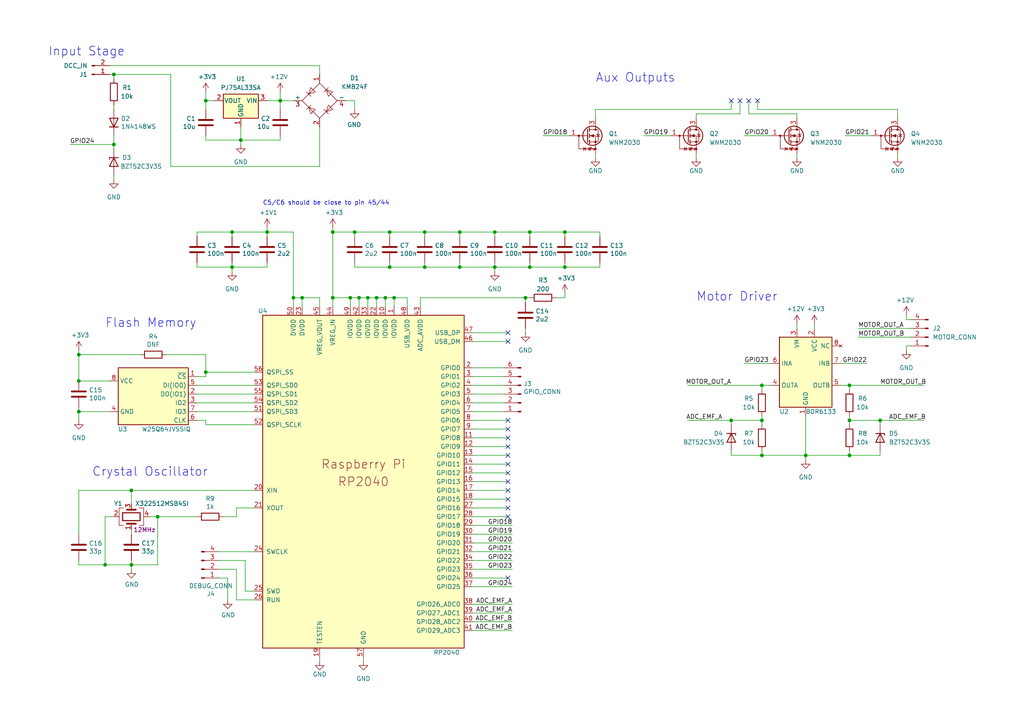
<source format=kicad_sch>
(kicad_sch (version 20211123) (generator eeschema)
  (paper "A4")
  (title_block (title "RP2040-Decoder") (date "2022-01-28") (rev "0.2"))
  (lib_symbols
    (symbol "BZT52C3V3S_1" (pin_numbers hide) (pin_names (offset 1.016) hide)
      (property "Reference" "D" (at 0 2.54 0))
      (property "Value" "BZT52C3V3S_1" (at 0 -2.54 0))
      (symbol "BZT52C3V3S_1_1_1"
        (pin passive line (at -3.81 0 0) (length 2.54) (name "K") (number "1"))
        (pin passive line (at 3.81 0 180) (length 2.54) (name "A") (number "2"))
      )
    )
    (symbol "BZT52C3V3S_2" (pin_numbers hide) (pin_names (offset 1.016) hide)
      (property "Reference" "D" (at 0 2.54 0))
      (property "Value" "BZT52C3V3S_2" (at 0 -2.54 0))
      (symbol "BZT52C3V3S_2_1_1"
        (pin passive line (at -3.81 0 0) (length 2.54) (name "K") (number "1"))
        (pin passive line (at 3.81 0 180) (length 2.54) (name "A") (number "2"))
      )
    )
    (symbol "BZT52C3V3S_3" (pin_numbers hide) (pin_names (offset 1.016) hide)
      (property "Reference" "D" (at 0 2.54 0))
      (property "Value" "BZT52C3V3S_3" (at 0 -2.54 0))
      (symbol "BZT52C3V3S_3_1_1"
        (pin passive line (at -3.81 0 0) (length 2.54) (name "K") (number "1"))
        (pin passive line (at 3.81 0 180) (length 2.54) (name "A") (number "2"))
      )
    )
    (symbol "Connector:Conn_01x02_Male" (pin_names (offset 1.016) hide)
      (property "Reference" "J1" (at -0.7112 2.9972 0))
      (property "Value" "DCC_IN" (at -0.7112 0.6858 0))
      (symbol "Conn_01x02_Male_1_1"
        (pin power_out line (at 5.08 0 180) (length 3.81) (name "Pin_1") (number "1"))
        (pin power_out line (at 5.08 -2.54 180) (length 3.81) (name "Pin_2") (number "2"))
      )
    )
    (symbol "Connector:Conn_01x04_Male" (pin_names (offset 1.016) hide)
      (property "Reference" "J" (at 0 5.08 0))
      (property "Value" "Conn_01x04_Male" (at 0 -7.62 0))
      (symbol "Conn_01x04_Male_1_1"
        (pin passive line (at 5.08 2.54 180) (length 3.81) (name "Pin_1") (number "1"))
        (pin passive line (at 5.08 0 180) (length 3.81) (name "Pin_2") (number "2"))
        (pin passive line (at 5.08 -2.54 180) (length 3.81) (name "Pin_3") (number "3"))
        (pin passive line (at 5.08 -5.08 180) (length 3.81) (name "Pin_4") (number "4"))
      )
    )
    (symbol "Connector:Conn_01x06_Male" (pin_names (offset 1.016) hide)
      (property "Reference" "J" (at 0 7.62 0))
      (property "Value" "Conn_01x06_Male" (at 0 -10.16 0))
      (symbol "Conn_01x06_Male_1_1"
        (pin passive line (at 5.08 5.08 180) (length 3.81) (name "Pin_1") (number "1"))
        (pin passive line (at 5.08 2.54 180) (length 3.81) (name "Pin_2") (number "2"))
        (pin passive line (at 5.08 0 180) (length 3.81) (name "Pin_3") (number "3"))
        (pin passive line (at 5.08 -2.54 180) (length 3.81) (name "Pin_4") (number "4"))
        (pin passive line (at 5.08 -5.08 180) (length 3.81) (name "Pin_5") (number "5"))
        (pin passive line (at 5.08 -7.62 180) (length 3.81) (name "Pin_6") (number "6"))
      )
    )
    (symbol "Device:C" (pin_numbers hide) (pin_names (offset 0.254))
      (property "Reference" "C" (at 0.635 2.54 0))
      (property "Value" "C" (at 0.635 -2.54 0))
      (symbol "C_1_1"
        (pin passive line (at 0 3.81 270) (length 2.794) (name "~") (number "1"))
        (pin passive line (at 0 -3.81 90) (length 2.794) (name "~") (number "2"))
      )
    )
    (symbol "Device:R" (pin_numbers hide) (pin_names (offset 0))
      (property "Reference" "R" (at 2.032 0 90))
      (property "Value" "R" (at 0 0 90))
      (symbol "R_1_1"
        (pin passive line (at 0 3.81 270) (length 1.27) (name "~") (number "1"))
        (pin passive line (at 0 -3.81 90) (length 1.27) (name "~") (number "2"))
      )
    )
    (symbol "Diode:1N4148WS" (pin_numbers hide) (pin_names (offset 1.016) hide)
      (property "Reference" "D" (at 0 2.54 0))
      (property "Value" "1N4148WS" (at 0 -2.54 0))
      (symbol "1N4148WS_1_1"
        (pin passive line (at -3.81 0 0) (length 2.54) (name "K") (number "1"))
        (pin passive line (at 3.81 0 180) (length 2.54) (name "A") (number "2"))
      )
    )
    (symbol "RP2040-Decoder_Additional_Symbols:BDR6133"
      (property "Reference" "U" (at 6.35 11.43 0))
      (property "Value" "BDR6133" (at -10.16 11.43 0))
      (symbol "BDR6133_1_1"
        (pin power_in line (at 0 -12.7 90) (length 2.54) (name "GND") (number "1"))
        (pin power_in line (at 2.54 12.7 270) (length 2.54) (name "VCC") (number "2"))
        (pin power_in line (at -2.54 12.7 270) (length 2.54) (name "VM") (number "3"))
        (pin output line (at -10.16 -3.81 0) (length 2.54) (name "OUTA") (number "4"))
        (pin output line (at 10.16 -3.81 180) (length 2.54) (name "OUTB") (number "5"))
        (pin input line (at -10.16 2.54 0) (length 2.54) (name "INA") (number "6"))
        (pin input line (at 10.16 2.54 180) (length 2.54) (name "INB") (number "7"))
        (pin no_connect line (at 10.16 7.62 180) (length 2.54) (name "NC") (number "8"))
        (pin passive line (at 0 -12.7 90) (length 2.54) hide (name "GND") (number "9"))
      )
    )
    (symbol "RP2040-Decoder_Additional_Symbols:KMB24F" (pin_names (offset 0))
      (property "Reference" "D" (at 2.54 6.985 0))
      (property "Value" "KMB24F" (at 2.54 5.08 0))
      (symbol "KMB24F_1_1"
        (pin power_in line (at 0 -7.62 90) (length 2.54) (name "~") (number "1"))
        (pin power_in line (at 0 7.62 270) (length 2.54) (name "~") (number "2"))
        (pin power_out line (at 7.62 0 180) (length 2.54) (name "+") (number "3"))
        (pin power_out line (at -7.62 0 0) (length 2.54) (name "-") (number "4"))
      )
    )
    (symbol "RP2040-Decoder_Additional_Symbols:PJ75AL33SA" (pin_names (offset 0.254))
      (property "Reference" "U" (at -3.81 3.175 0))
      (property "Value" "PJ75AL33SA" (at 0 3.175 0))
      (symbol "PJ75AL33SA_1_1"
        (pin power_in line (at 0 -7.62 90) (length 2.54) (name "GND") (number "1"))
        (pin power_out line (at 7.62 0 180) (length 2.54) (name "VOUT") (number "2"))
        (pin power_in line (at -7.62 0 0) (length 2.54) (name "VIN") (number "3"))
      )
    )
    (symbol "RP2040-Decoder_Additional_Symbols:RP2040" (pin_names (offset 1.016))
      (property "Reference" "U" (at -29.21 49.53 0))
      (property "Value" "RP2040" (at 24.13 -49.53 0))
      (symbol "RP2040_0_0"
        (text "Raspberry Pi" (at 0 5.08 0) (effects (font (size 2.54 2.54))))
        (text "RP2040" (at 0 0 0) (effects (font (size 2.54 2.54))))
      )
      (symbol "RP2040_1_1"
        (pin power_in line (at 8.89 50.8 270) (length 2.54) (name "IOVDD") (number "1"))
        (pin power_in line (at 6.35 50.8 270) (length 2.54) (name "IOVDD") (number "10"))
        (pin bidirectional line (at 31.75 12.7 180) (length 2.54) (name "GPIO8") (number "11"))
        (pin bidirectional line (at 31.75 10.16 180) (length 2.54) (name "GPIO9") (number "12"))
        (pin bidirectional line (at 31.75 7.62 180) (length 2.54) (name "GPIO10") (number "13"))
        (pin bidirectional line (at 31.75 5.08 180) (length 2.54) (name "GPIO11") (number "14"))
        (pin bidirectional line (at 31.75 2.54 180) (length 2.54) (name "GPIO12") (number "15"))
        (pin bidirectional line (at 31.75 0 180) (length 2.54) (name "GPIO13") (number "16"))
        (pin bidirectional line (at 31.75 -2.54 180) (length 2.54) (name "GPIO14") (number "17"))
        (pin bidirectional line (at 31.75 -5.08 180) (length 2.54) (name "GPIO15") (number "18"))
        (pin passive line (at -12.7 -50.8 90) (length 2.54) (name "TESTEN") (number "19"))
        (pin bidirectional line (at 31.75 33.02 180) (length 2.54) (name "GPIO0") (number "2"))
        (pin input line (at -31.75 -2.54 0) (length 2.54) (name "XIN") (number "20"))
        (pin passive line (at -31.75 -7.62 0) (length 2.54) (name "XOUT") (number "21"))
        (pin power_in line (at 3.81 50.8 270) (length 2.54) (name "IOVDD") (number "22"))
        (pin power_in line (at -17.78 50.8 270) (length 2.54) (name "DVDD") (number "23"))
        (pin output line (at -31.75 -20.32 0) (length 2.54) (name "SWCLK") (number "24"))
        (pin bidirectional line (at -31.75 -31.75 0) (length 2.54) (name "SWD") (number "25"))
        (pin input line (at -31.75 -34.29 0) (length 2.54) (name "RUN") (number "26"))
        (pin bidirectional line (at 31.75 -7.62 180) (length 2.54) (name "GPIO16") (number "27"))
        (pin bidirectional line (at 31.75 -10.16 180) (length 2.54) (name "GPIO17") (number "28"))
        (pin bidirectional line (at 31.75 -12.7 180) (length 2.54) (name "GPIO18") (number "29"))
        (pin bidirectional line (at 31.75 30.48 180) (length 2.54) (name "GPIO1") (number "3"))
        (pin bidirectional line (at 31.75 -15.24 180) (length 2.54) (name "GPIO19") (number "30"))
        (pin bidirectional line (at 31.75 -17.78 180) (length 2.54) (name "GPIO20") (number "31"))
        (pin bidirectional line (at 31.75 -20.32 180) (length 2.54) (name "GPIO21") (number "32"))
        (pin power_in line (at 1.27 50.8 270) (length 2.54) (name "IOVDD") (number "33"))
        (pin bidirectional line (at 31.75 -22.86 180) (length 2.54) (name "GPIO22") (number "34"))
        (pin bidirectional line (at 31.75 -25.4 180) (length 2.54) (name "GPIO23") (number "35"))
        (pin bidirectional line (at 31.75 -27.94 180) (length 2.54) (name "GPIO24") (number "36"))
        (pin bidirectional line (at 31.75 -30.48 180) (length 2.54) (name "GPIO25") (number "37"))
        (pin bidirectional line (at 31.75 -35.56 180) (length 2.54) (name "GPIO26_ADC0") (number "38"))
        (pin bidirectional line (at 31.75 -38.1 180) (length 2.54) (name "GPIO27_ADC1") (number "39"))
        (pin bidirectional line (at 31.75 27.94 180) (length 2.54) (name "GPIO2") (number "4"))
        (pin bidirectional line (at 31.75 -40.64 180) (length 2.54) (name "GPIO28_ADC2") (number "40"))
        (pin bidirectional line (at 31.75 -43.18 180) (length 2.54) (name "GPIO29_ADC3") (number "41"))
        (pin power_in line (at -1.27 50.8 270) (length 2.54) (name "IOVDD") (number "42"))
        (pin power_in line (at 16.51 50.8 270) (length 2.54) (name "ADC_AVDD") (number "43"))
        (pin power_in line (at -8.89 50.8 270) (length 2.54) (name "VREG_IN") (number "44"))
        (pin power_out line (at -12.7 50.8 270) (length 2.54) (name "VREG_VOUT") (number "45"))
        (pin bidirectional line (at 31.75 40.64 180) (length 2.54) (name "USB_DM") (number "46"))
        (pin bidirectional line (at 31.75 43.18 180) (length 2.54) (name "USB_DP") (number "47"))
        (pin power_in line (at 12.7 50.8 270) (length 2.54) (name "USB_VDD") (number "48"))
        (pin power_in line (at -3.81 50.8 270) (length 2.54) (name "IOVDD") (number "49"))
        (pin bidirectional line (at 31.75 25.4 180) (length 2.54) (name "GPIO3") (number "5"))
        (pin power_in line (at -20.32 50.8 270) (length 2.54) (name "DVDD") (number "50"))
        (pin bidirectional line (at -31.75 20.32 0) (length 2.54) (name "QSPI_SD3") (number "51"))
        (pin output line (at -31.75 16.51 0) (length 2.54) (name "QSPI_SCLK") (number "52"))
        (pin bidirectional line (at -31.75 27.94 0) (length 2.54) (name "QSPI_SD0") (number "53"))
        (pin bidirectional line (at -31.75 22.86 0) (length 2.54) (name "QSPI_SD2") (number "54"))
        (pin bidirectional line (at -31.75 25.4 0) (length 2.54) (name "QSPI_SD1") (number "55"))
        (pin bidirectional line (at -31.75 31.75 0) (length 2.54) (name "QSPI_SS") (number "56"))
        (pin power_in line (at 0 -50.8 90) (length 2.54) (name "GND") (number "57"))
        (pin bidirectional line (at 31.75 22.86 180) (length 2.54) (name "GPIO4") (number "6"))
        (pin bidirectional line (at 31.75 20.32 180) (length 2.54) (name "GPIO5") (number "7"))
        (pin bidirectional line (at 31.75 17.78 180) (length 2.54) (name "GPIO6") (number "8"))
        (pin bidirectional line (at 31.75 15.24 180) (length 2.54) (name "GPIO7") (number "9"))
      )
    )
    (symbol "RP2040-Decoder_Additional_Symbols:W25Q64JVSSIQ"
      (property "Reference" "U" (at -8.89 -10.16 0))
      (property "Value" "W25Q64JVSSIQ" (at 3.81 -10.16 0))
      (symbol "W25Q64JVSSIQ_1_1"
        (pin input line (at 12.7 5.08 180) (length 2.54) (name "~{CS}") (number "1"))
        (pin bidirectional line (at 12.7 0 180) (length 2.54) (name "DO(IO1)") (number "2"))
        (pin bidirectional line (at 12.7 -2.54 180) (length 2.54) (name "IO2") (number "3"))
        (pin power_in line (at -12.7 -5.08 0) (length 2.54) (name "GND") (number "4"))
        (pin bidirectional line (at 12.7 2.54 180) (length 2.54) (name "DI(IO0)") (number "5"))
        (pin input line (at 12.7 -7.62 180) (length 2.54) (name "CLK") (number "6"))
        (pin bidirectional line (at 12.7 -5.08 180) (length 2.54) (name "IO3") (number "7"))
        (pin power_in line (at -12.7 3.81 0) (length 2.54) (name "VCC") (number "8"))
      )
    )
    (symbol "RP2040-Decoder_Additional_Symbols:WNM2030" (pin_names (offset 0) hide)
      (property "Reference" "Q" (at 5.08 1.905 0))
      (property "Value" "WNM2030" (at 5.08 0 0))
      (symbol "WNM2030_1_1"
        (pin input line (at -5.08 0 0) (length 2.54) (name "G") (number "1"))
        (pin passive line (at 2.54 -5.08 90) (length 2.54) (name "S") (number "2"))
        (pin passive line (at 2.54 5.08 270) (length 2.54) (name "D") (number "3"))
      )
    )
    (symbol "R_1" (pin_numbers hide) (pin_names (offset 0))
      (property "Reference" "R3" (at 0 5.08 90))
      (property "Value" "200" (at 0 2.54 90))
      (symbol "R_1_1_1"
        (pin passive line (at 0 3.81 270) (length 1.27) (name "~") (number "1"))
        (pin power_out line (at 0 -3.81 90) (length 1.27) (name "~") (number "2"))
      )
    )
    (symbol "WNM2030_1" (pin_names (offset 0) hide)
      (property "Reference" "Q" (at 5.08 1.905 0))
      (property "Value" "WNM2030_1" (at 5.08 0 0))
      (symbol "WNM2030_1_1_1"
        (pin input line (at -5.08 0 0) (length 2.54) (name "G") (number "1"))
        (pin passive line (at 2.54 -5.08 90) (length 2.54) (name "S") (number "2"))
        (pin passive line (at 2.54 5.08 270) (length 2.54) (name "D") (number "3"))
      )
    )
    (symbol "WNM2030_2" (pin_names (offset 0) hide)
      (property "Reference" "Q" (at 5.08 1.905 0))
      (property "Value" "WNM2030_2" (at 5.08 0 0))
      (symbol "WNM2030_2_1_1"
        (pin input line (at -5.08 0 0) (length 2.54) (name "G") (number "1"))
        (pin passive line (at 2.54 -5.08 90) (length 2.54) (name "S") (number "2"))
        (pin passive line (at 2.54 5.08 270) (length 2.54) (name "D") (number "3"))
      )
    )
    (symbol "WNM2030_3" (pin_names (offset 0) hide)
      (property "Reference" "Q" (at 5.08 1.905 0))
      (property "Value" "WNM2030_3" (at 5.08 0 0))
      (symbol "WNM2030_3_1_1"
        (pin input line (at -5.08 0 0) (length 2.54) (name "G") (number "1"))
        (pin passive line (at 2.54 -5.08 90) (length 2.54) (name "S") (number "2"))
        (pin passive line (at 2.54 5.08 270) (length 2.54) (name "D") (number "3"))
      )
    )
    (symbol "X322512MSB4SI_1" (pin_names (offset 1.016) hide)
      (property "Reference" "Y" (at 3.175 5.08 0))
      (property "Value" "X322512MSB4SI_1" (at 3.175 3.175 0))
      (property "Frequency" "12MHz" (at 6.35 -2.54 0))
      (symbol "X322512MSB4SI_1_1_1"
        (pin passive line (at -3.81 0 0) (length 1.27) (name "1") (number "1"))
        (pin passive line (at 0 5.08 270) (length 1.27) (name "2") (number "2"))
        (pin passive line (at 3.81 0 180) (length 1.27) (name "3") (number "3"))
        (pin passive line (at 0 -5.08 90) (length 1.27) (name "4") (number "4"))
      )
    )
    (symbol "power:+12V" (power) (pin_names (offset 0))
      (property "Value" "+12V" (at 0 3.556 0))
      (symbol "+12V_1_1"
        (pin power_in line (at 0 0 90) (length 0) hide (name "+12V") (number "1"))
      )
    )
    (symbol "power:+1V1" (power) (pin_names (offset 0))
      (property "Value" "+1V1" (at 0 3.556 0))
      (symbol "+1V1_1_1"
        (pin power_in line (at 0 0 90) (length 0) hide (name "+1V1") (number "1"))
      )
    )
    (symbol "power:+3V3" (power) (pin_names (offset 0))
      (property "Value" "+3V3" (at 0 3.556 0))
      (symbol "+3V3_1_1"
        (pin power_in line (at 0 0 90) (length 0) hide (name "+3V3") (number "1"))
      )
    )
    (symbol "power:GND" (power) (pin_names (offset 0))
      (property "Value" "GND" (at 0 -3.81 0))
      (symbol "GND_1_1"
        (pin power_in line (at 0 0 270) (length 0) hide (name "GND") (number "1"))
      )
    )
  )
  (junction (at 153.67 77.47))
  (junction (at 163.83 67.31))
  (junction (at 114.3 86.36))
  (junction (at 33.02 41.91))
  (junction (at 113.03 77.47))
  (junction (at 152.4 86.36))
  (junction (at 45.72 149.86))
  (junction (at 33.02 21.59))
  (junction (at 153.67 67.31))
  (junction (at 133.35 67.31))
  (junction (at 212.09 121.92))
  (junction (at 102.87 67.31))
  (junction (at 123.19 67.31))
  (junction (at 233.68 132.08))
  (junction (at 143.51 77.47))
  (junction (at 38.1 142.24))
  (junction (at 67.31 77.47))
  (junction (at 111.76 86.36))
  (junction (at 85.09 86.36))
  (junction (at 67.31 67.31))
  (junction (at 104.14 86.36))
  (junction (at 59.69 29.21))
  (junction (at 22.86 119.38))
  (junction (at 69.85 40.64))
  (junction (at 87.63 86.36))
  (junction (at 96.52 67.31))
  (junction (at 246.38 111.76))
  (junction (at 109.22 86.36))
  (junction (at 38.1 163.83))
  (junction (at 143.51 67.31))
  (junction (at 220.98 132.08))
  (junction (at 96.52 86.36))
  (junction (at 77.47 67.31))
  (junction (at 163.83 77.47))
  (junction (at 22.86 102.87))
  (junction (at 246.38 121.92))
  (junction (at 30.48 163.83))
  (junction (at 133.35 77.47))
  (junction (at 123.19 77.47))
  (junction (at 101.6 86.36))
  (junction (at 246.38 132.08))
  (junction (at 22.86 110.49))
  (junction (at 106.68 86.36))
  (junction (at 113.03 67.31))
  (junction (at 220.98 121.92))
  (junction (at 59.69 107.95))
  (junction (at 255.27 121.92))
  (junction (at 220.98 111.76))
  (junction (at 81.28 29.21))
  (no_connect (at 147.32 99.06))
  (no_connect (at 147.32 127))
  (no_connect (at 147.32 121.92))
  (no_connect (at 147.32 124.46))
  (no_connect (at 147.32 147.32))
  (no_connect (at 147.32 142.24))
  (no_connect (at 147.32 144.78))
  (no_connect (at 147.32 96.52))
  (no_connect (at 147.32 149.86))
  (no_connect (at 147.32 167.64))
  (no_connect (at 214.63 29.21))
  (no_connect (at 217.17 29.21))
  (no_connect (at 219.71 29.21))
  (no_connect (at 212.09 29.21))
  (no_connect (at 147.32 129.54))
  (no_connect (at 147.32 134.62))
  (no_connect (at 147.32 132.08))
  (no_connect (at 147.32 137.16))
  (no_connect (at 147.32 139.7))
  (wire (pts (xy 212.09 123.19) (xy 212.09 121.92)))
  (wire (pts (xy 246.38 113.03) (xy 246.38 111.76)))
  (wire (pts (xy 152.4 86.36) (xy 153.67 86.36)))
  (wire (pts (xy 59.69 107.95) (xy 73.66 107.95)))
  (wire (pts (xy 137.16 127) (xy 147.32 127)))
  (wire (pts (xy 212.09 121.92) (xy 220.98 121.92)))
  (wire (pts (xy 233.68 132.08) (xy 220.98 132.08)))
  (wire (pts (xy 121.92 86.36) (xy 152.4 86.36)))
  (wire (pts (xy 246.38 121.92) (xy 255.27 121.92)))
  (wire (pts (xy 260.35 44.45) (xy 260.35 45.72)))
  (wire (pts (xy 137.16 177.8) (xy 148.59 177.8)))
  (wire (pts (xy 137.16 180.34) (xy 148.59 180.34)))
  (wire (pts (xy 137.16 124.46) (xy 147.32 124.46)))
  (wire (pts (xy 92.71 190.5) (xy 92.71 191.77)))
  (wire (pts (xy 246.38 132.08) (xy 255.27 132.08)))
  (wire (pts (xy 49.53 48.26) (xy 92.71 48.26)))
  (wire (pts (xy 157.48 39.37) (xy 165.1 39.37)))
  (wire (pts (xy 102.87 68.58) (xy 102.87 67.31)))
  (wire (pts (xy 163.83 67.31) (xy 163.83 68.58)))
  (wire (pts (xy 143.51 78.74) (xy 143.51 77.47)))
  (wire (pts (xy 137.16 182.88) (xy 148.59 182.88)))
  (wire (pts (xy 22.86 142.24) (xy 38.1 142.24)))
  (wire (pts (xy 215.9 39.37) (xy 223.52 39.37)))
  (wire (pts (xy 45.72 163.83) (xy 45.72 149.86)))
  (wire (pts (xy 199.39 121.92) (xy 212.09 121.92)))
  (wire (pts (xy 101.6 86.36) (xy 104.14 86.36)))
  (wire (pts (xy 67.31 67.31) (xy 77.47 67.31)))
  (wire (pts (xy 111.76 86.36) (xy 111.76 88.9)))
  (wire (pts (xy 87.63 86.36) (xy 87.63 88.9)))
  (wire (pts (xy 69.85 40.64) (xy 81.28 40.64)))
  (wire (pts (xy 113.03 67.31) (xy 113.03 68.58)))
  (wire (pts (xy 22.86 162.56) (xy 22.86 163.83)))
  (wire (pts (xy 96.52 86.36) (xy 96.52 88.9)))
  (wire (pts (xy 233.68 132.08) (xy 233.68 133.35)))
  (wire (pts (xy 68.58 173.99) (xy 73.66 173.99)))
  (wire (pts (xy 30.48 163.83) (xy 30.48 149.86)))
  (wire (pts (xy 143.51 67.31) (xy 143.51 68.58)))
  (wire (pts (xy 137.16 142.24) (xy 147.32 142.24)))
  (wire (pts (xy 67.31 77.47) (xy 67.31 76.2)))
  (wire (pts (xy 102.87 31.75) (xy 102.87 29.21)))
  (wire (pts (xy 153.67 67.31) (xy 163.83 67.31)))
  (wire (pts (xy 67.31 67.31) (xy 67.31 68.58)))
  (wire (pts (xy 57.15 77.47) (xy 67.31 77.47)))
  (wire (pts (xy 33.02 21.59) (xy 33.02 22.86)))
  (wire (pts (xy 172.72 44.45) (xy 172.72 45.72)))
  (wire (pts (xy 163.83 86.36) (xy 163.83 85.09)))
  (wire (pts (xy 77.47 77.47) (xy 67.31 77.47)))
  (wire (pts (xy 153.67 77.47) (xy 163.83 77.47)))
  (wire (pts (xy 262.89 100.33) (xy 262.89 101.6)))
  (wire (pts (xy 231.14 33.02) (xy 231.14 34.29)))
  (wire (pts (xy 77.47 67.31) (xy 77.47 68.58)))
  (wire (pts (xy 92.71 86.36) (xy 87.63 86.36)))
  (wire (pts (xy 137.16 96.52) (xy 147.32 96.52)))
  (wire (pts (xy 96.52 67.31) (xy 96.52 86.36)))
  (wire (pts (xy 114.3 86.36) (xy 114.3 88.9)))
  (wire (pts (xy 220.98 111.76) (xy 223.52 111.76)))
  (wire (pts (xy 113.03 76.2) (xy 113.03 77.47)))
  (wire (pts (xy 215.9 105.41) (xy 223.52 105.41)))
  (wire (pts (xy 105.41 190.5) (xy 105.41 191.77)))
  (wire (pts (xy 137.16 109.22) (xy 146.05 109.22)))
  (wire (pts (xy 57.15 68.58) (xy 57.15 67.31)))
  (wire (pts (xy 243.84 105.41) (xy 251.46 105.41)))
  (wire (pts (xy 30.48 149.86) (xy 33.02 149.86)))
  (wire (pts (xy 137.16 119.38) (xy 146.05 119.38)))
  (wire (pts (xy 137.16 111.76) (xy 146.05 111.76)))
  (wire (pts (xy 163.83 67.31) (xy 173.99 67.31)))
  (wire (pts (xy 133.35 77.47) (xy 123.19 77.47)))
  (wire (pts (xy 214.63 29.21) (xy 214.63 33.02)))
  (wire (pts (xy 137.16 167.64) (xy 147.32 167.64)))
  (wire (pts (xy 38.1 162.56) (xy 38.1 163.83)))
  (wire (pts (xy 33.02 43.18) (xy 33.02 41.91)))
  (wire (pts (xy 81.28 29.21) (xy 77.47 29.21)))
  (wire (pts (xy 220.98 130.81) (xy 220.98 132.08)))
  (wire (pts (xy 152.4 95.25) (xy 152.4 96.52)))
  (wire (pts (xy 109.22 86.36) (xy 109.22 88.9)))
  (wire (pts (xy 137.16 132.08) (xy 147.32 132.08)))
  (wire (pts (xy 123.19 67.31) (xy 123.19 68.58)))
  (wire (pts (xy 66.04 167.64) (xy 66.04 173.99)))
  (wire (pts (xy 22.86 163.83) (xy 30.48 163.83)))
  (wire (pts (xy 201.93 33.02) (xy 214.63 33.02)))
  (wire (pts (xy 68.58 149.86) (xy 64.77 149.86)))
  (wire (pts (xy 220.98 121.92) (xy 220.98 120.65)))
  (wire (pts (xy 57.15 116.84) (xy 73.66 116.84)))
  (wire (pts (xy 137.16 175.26) (xy 148.59 175.26)))
  (wire (pts (xy 143.51 77.47) (xy 133.35 77.47)))
  (wire (pts (xy 85.09 29.21) (xy 81.28 29.21)))
  (wire (pts (xy 57.15 121.92) (xy 59.69 121.92)))
  (wire (pts (xy 31.75 110.49) (xy 22.86 110.49)))
  (wire (pts (xy 121.92 88.9) (xy 121.92 86.36)))
  (wire (pts (xy 81.28 29.21) (xy 81.28 26.67)))
  (wire (pts (xy 264.16 100.33) (xy 262.89 100.33)))
  (wire (pts (xy 137.16 165.1) (xy 148.59 165.1)))
  (wire (pts (xy 31.75 21.59) (xy 33.02 21.59)))
  (wire (pts (xy 104.14 86.36) (xy 104.14 88.9)))
  (wire (pts (xy 38.1 142.24) (xy 73.66 142.24)))
  (wire (pts (xy 69.85 40.64) (xy 59.69 40.64)))
  (wire (pts (xy 102.87 67.31) (xy 113.03 67.31)))
  (wire (pts (xy 143.51 77.47) (xy 153.67 77.47)))
  (wire (pts (xy 173.99 77.47) (xy 163.83 77.47)))
  (wire (pts (xy 59.69 39.37) (xy 59.69 40.64)))
  (wire (pts (xy 212.09 31.75) (xy 172.72 31.75)))
  (wire (pts (xy 186.69 39.37) (xy 194.31 39.37)))
  (wire (pts (xy 246.38 111.76) (xy 267.97 111.76)))
  (wire (pts (xy 22.86 121.92) (xy 22.86 119.38)))
  (wire (pts (xy 59.69 102.87) (xy 59.69 107.95)))
  (wire (pts (xy 220.98 123.19) (xy 220.98 121.92)))
  (wire (pts (xy 59.69 109.22) (xy 59.69 107.95)))
  (wire (pts (xy 113.03 77.47) (xy 123.19 77.47)))
  (wire (pts (xy 246.38 121.92) (xy 246.38 120.65)))
  (wire (pts (xy 63.5 162.56) (xy 71.12 162.56)))
  (wire (pts (xy 201.93 44.45) (xy 201.93 45.72)))
  (wire (pts (xy 262.89 91.44) (xy 262.89 92.71)))
  (wire (pts (xy 106.68 86.36) (xy 109.22 86.36)))
  (wire (pts (xy 102.87 77.47) (xy 102.87 76.2)))
  (wire (pts (xy 106.68 86.36) (xy 106.68 88.9)))
  (wire (pts (xy 118.11 86.36) (xy 118.11 88.9)))
  (wire (pts (xy 22.86 119.38) (xy 22.86 118.11)))
  (wire (pts (xy 123.19 67.31) (xy 133.35 67.31)))
  (wire (pts (xy 137.16 116.84) (xy 146.05 116.84)))
  (wire (pts (xy 33.02 21.59) (xy 49.53 21.59)))
  (wire (pts (xy 22.86 102.87) (xy 40.64 102.87)))
  (wire (pts (xy 137.16 162.56) (xy 148.59 162.56)))
  (wire (pts (xy 137.16 144.78) (xy 147.32 144.78)))
  (wire (pts (xy 57.15 114.3) (xy 73.66 114.3)))
  (wire (pts (xy 30.48 163.83) (xy 38.1 163.83)))
  (wire (pts (xy 173.99 67.31) (xy 173.99 68.58)))
  (wire (pts (xy 123.19 76.2) (xy 123.19 77.47)))
  (wire (pts (xy 87.63 86.36) (xy 85.09 86.36)))
  (wire (pts (xy 146.05 106.68) (xy 137.16 106.68)))
  (wire (pts (xy 69.85 40.64) (xy 69.85 41.91)))
  (wire (pts (xy 255.27 123.19) (xy 255.27 121.92)))
  (wire (pts (xy 92.71 19.05) (xy 31.75 19.05)))
  (wire (pts (xy 236.22 93.98) (xy 236.22 95.25)))
  (wire (pts (xy 199.39 111.76) (xy 220.98 111.76)))
  (wire (pts (xy 38.1 163.83) (xy 38.1 165.1)))
  (wire (pts (xy 246.38 121.92) (xy 246.38 123.19)))
  (wire (pts (xy 73.66 171.45) (xy 71.12 171.45)))
  (wire (pts (xy 57.15 76.2) (xy 57.15 77.47)))
  (wire (pts (xy 212.09 29.21) (xy 212.09 31.75)))
  (wire (pts (xy 246.38 111.76) (xy 243.84 111.76)))
  (wire (pts (xy 260.35 31.75) (xy 260.35 34.29)))
  (wire (pts (xy 111.76 86.36) (xy 114.3 86.36)))
  (wire (pts (xy 57.15 111.76) (xy 73.66 111.76)))
  (wire (pts (xy 133.35 67.31) (xy 133.35 68.58)))
  (wire (pts (xy 92.71 36.83) (xy 92.71 48.26)))
  (wire (pts (xy 45.72 149.86) (xy 57.15 149.86)))
  (wire (pts (xy 248.92 97.79) (xy 264.16 97.79)))
  (wire (pts (xy 33.02 31.75) (xy 33.02 30.48)))
  (wire (pts (xy 172.72 31.75) (xy 172.72 34.29)))
  (wire (pts (xy 92.71 86.36) (xy 92.71 88.9)))
  (wire (pts (xy 22.86 142.24) (xy 22.86 154.94)))
  (wire (pts (xy 262.89 92.71) (xy 264.16 92.71)))
  (wire (pts (xy 255.27 121.92) (xy 267.97 121.92)))
  (wire (pts (xy 173.99 76.2) (xy 173.99 77.47)))
  (wire (pts (xy 77.47 67.31) (xy 77.47 66.04)))
  (wire (pts (xy 102.87 77.47) (xy 113.03 77.47)))
  (wire (pts (xy 57.15 67.31) (xy 67.31 67.31)))
  (wire (pts (xy 133.35 67.31) (xy 143.51 67.31)))
  (wire (pts (xy 137.16 149.86) (xy 147.32 149.86)))
  (wire (pts (xy 137.16 154.94) (xy 148.59 154.94)))
  (wire (pts (xy 245.11 39.37) (xy 252.73 39.37)))
  (wire (pts (xy 212.09 130.81) (xy 212.09 132.08)))
  (wire (pts (xy 137.16 137.16) (xy 147.32 137.16)))
  (wire (pts (xy 137.16 160.02) (xy 148.59 160.02)))
  (wire (pts (xy 68.58 147.32) (xy 68.58 149.86)))
  (wire (pts (xy 219.71 31.75) (xy 260.35 31.75)))
  (wire (pts (xy 201.93 34.29) (xy 201.93 33.02)))
  (wire (pts (xy 219.71 29.21) (xy 219.71 31.75)))
  (wire (pts (xy 231.14 44.45) (xy 231.14 45.72)))
  (wire (pts (xy 255.27 132.08) (xy 255.27 130.81)))
  (wire (pts (xy 100.33 29.21) (xy 102.87 29.21)))
  (wire (pts (xy 109.22 86.36) (xy 111.76 86.36)))
  (wire (pts (xy 77.47 67.31) (xy 85.09 67.31)))
  (wire (pts (xy 57.15 109.22) (xy 59.69 109.22)))
  (wire (pts (xy 59.69 29.21) (xy 59.69 31.75)))
  (wire (pts (xy 153.67 77.47) (xy 153.67 76.2)))
  (wire (pts (xy 20.32 41.91) (xy 33.02 41.91)))
  (wire (pts (xy 67.31 78.74) (xy 67.31 77.47)))
  (wire (pts (xy 137.16 99.06) (xy 147.32 99.06)))
  (wire (pts (xy 59.69 123.19) (xy 73.66 123.19)))
  (wire (pts (xy 33.02 52.07) (xy 33.02 50.8)))
  (wire (pts (xy 77.47 76.2) (xy 77.47 77.47)))
  (wire (pts (xy 38.1 146.05) (xy 38.1 142.24)))
  (wire (pts (xy 45.72 149.86) (xy 43.18 149.86)))
  (wire (pts (xy 217.17 33.02) (xy 231.14 33.02)))
  (wire (pts (xy 57.15 119.38) (xy 73.66 119.38)))
  (wire (pts (xy 161.29 86.36) (xy 163.83 86.36)))
  (wire (pts (xy 137.16 121.92) (xy 147.32 121.92)))
  (wire (pts (xy 217.17 29.21) (xy 217.17 33.02)))
  (wire (pts (xy 81.28 29.21) (xy 81.28 31.75)))
  (wire (pts (xy 220.98 113.03) (xy 220.98 111.76)))
  (wire (pts (xy 68.58 165.1) (xy 68.58 173.99)))
  (wire (pts (xy 231.14 93.98) (xy 231.14 95.25)))
  (wire (pts (xy 248.92 95.25) (xy 264.16 95.25)))
  (wire (pts (xy 59.69 121.92) (xy 59.69 123.19)))
  (wire (pts (xy 104.14 86.36) (xy 106.68 86.36)))
  (wire (pts (xy 68.58 147.32) (xy 73.66 147.32)))
  (wire (pts (xy 137.16 114.3) (xy 146.05 114.3)))
  (wire (pts (xy 133.35 76.2) (xy 133.35 77.47)))
  (wire (pts (xy 102.87 67.31) (xy 96.52 67.31)))
  (wire (pts (xy 22.86 101.6) (xy 22.86 102.87)))
  (wire (pts (xy 59.69 29.21) (xy 59.69 26.67)))
  (wire (pts (xy 114.3 86.36) (xy 118.11 86.36)))
  (wire (pts (xy 101.6 86.36) (xy 96.52 86.36)))
  (wire (pts (xy 85.09 86.36) (xy 85.09 88.9)))
  (wire (pts (xy 92.71 21.59) (xy 92.71 19.05)))
  (wire (pts (xy 81.28 39.37) (xy 81.28 40.64)))
  (wire (pts (xy 137.16 147.32) (xy 147.32 147.32)))
  (wire (pts (xy 143.51 67.31) (xy 153.67 67.31)))
  (wire (pts (xy 69.85 36.83) (xy 69.85 40.64)))
  (wire (pts (xy 62.23 29.21) (xy 59.69 29.21)))
  (wire (pts (xy 152.4 86.36) (xy 152.4 87.63)))
  (wire (pts (xy 48.26 102.87) (xy 59.69 102.87)))
  (wire (pts (xy 233.68 120.65) (xy 233.68 132.08)))
  (wire (pts (xy 137.16 152.4) (xy 148.59 152.4)))
  (wire (pts (xy 38.1 163.83) (xy 45.72 163.83)))
  (wire (pts (xy 137.16 170.18) (xy 148.59 170.18)))
  (wire (pts (xy 96.52 66.04) (xy 96.52 67.31)))
  (wire (pts (xy 113.03 67.31) (xy 123.19 67.31)))
  (wire (pts (xy 63.5 160.02) (xy 73.66 160.02)))
  (wire (pts (xy 85.09 67.31) (xy 85.09 86.36)))
  (wire (pts (xy 33.02 41.91) (xy 33.02 39.37)))
  (wire (pts (xy 163.83 77.47) (xy 163.83 76.2)))
  (wire (pts (xy 153.67 67.31) (xy 153.67 68.58)))
  (wire (pts (xy 137.16 134.62) (xy 147.32 134.62)))
  (wire (pts (xy 246.38 130.81) (xy 246.38 132.08)))
  (wire (pts (xy 71.12 171.45) (xy 71.12 162.56)))
  (wire (pts (xy 137.16 129.54) (xy 147.32 129.54)))
  (wire (pts (xy 63.5 167.64) (xy 66.04 167.64)))
  (wire (pts (xy 101.6 88.9) (xy 101.6 86.36)))
  (wire (pts (xy 137.16 157.48) (xy 148.59 157.48)))
  (wire (pts (xy 49.53 21.59) (xy 49.53 48.26)))
  (wire (pts (xy 143.51 76.2) (xy 143.51 77.47)))
  (wire (pts (xy 22.86 119.38) (xy 31.75 119.38)))
  (wire (pts (xy 63.5 165.1) (xy 68.58 165.1)))
  (wire (pts (xy 137.16 139.7) (xy 147.32 139.7)))
  (wire (pts (xy 233.68 132.08) (xy 246.38 132.08)))
  (wire (pts (xy 22.86 102.87) (xy 22.86 110.49)))
  (wire (pts (xy 38.1 153.67) (xy 38.1 154.94)))
  (wire (pts (xy 212.09 132.08) (xy 220.98 132.08)))
  (text "Motor Driver" (at 201.93 87.63 0) (effects (font (size 2.54 2.54)) (justify left bottom)))
  (text "Aux Outputs" (at 172.72 24.13 0) (effects (font (size 2.54 2.54)) (justify left bottom)))
  (text "Crystal Oscillator" (at 26.67 138.43 0) (effects (font (size 2.54 2.54)) (justify left bottom)))
  (text "C5/C6 should be close to pin 45/44" (at 76.2 59.69 0) (effects (font (size 1.27 1.27)) (justify left bottom)))
  (text "Flash Memory" (at 30.48 95.25 0) (effects (font (size 2.54 2.54)) (justify left bottom)))
  (text "Input Stage" (at 13.97 16.51 0) (effects (font (size 2.54 2.54)) (justify left bottom)))
  (label "MOTOR_OUT_B" (at 255.27 111.76 0))
  (label "ADC_EMF_A" (at 148.59 175.26 180))
  (label "GPIO18" (at 148.59 152.4 180))
  (label "GPIO24" (at 148.59 170.18 180))
  (label "GPIO24" (at 20.32 41.91 0))
  (label "GPIO21" (at 245.11 39.37 0))
  (label "GPIO21" (at 148.59 160.02 180))
  (label "GPIO22" (at 148.59 162.56 180))
  (label "ADC_EMF_A" (at 209.55 121.92 180))
  (label "GPIO20" (at 148.59 157.48 180))
  (label "GPIO23" (at 215.9 105.41 0))
  (label "GPIO18" (at 157.48 39.37 0))
  (label "GPIO20" (at 215.9 39.37 0))
  (label "MOTOR_OUT_A" (at 248.92 95.25 0))
  (label "GPIO22" (at 251.46 105.41 180))
  (label "GPIO23" (at 148.59 165.1 180))
  (label "GPIO19" (at 148.59 154.94 180))
  (label "MOTOR_OUT_A" (at 212.09 111.76 180))
  (label "ADC_EMF_B" (at 257.81 121.92 0))
  (label "ADC_EMF_A" (at 148.59 177.8 180))
  (label "MOTOR_OUT_B" (at 248.92 97.79 0))
  (label "GPIO19" (at 186.69 39.37 0))
  (label "ADC_EMF_B" (at 148.59 182.88 180))
  (label "ADC_EMF_B" (at 148.59 180.34 180))
  (symbol (lib_id "Device:C") (at 102.87 72.39 0) (unit 1)
    (property "Reference" "C6" (at 105.791 71.2216 0) (effects (justify left)))
    (property "Value" "2u2" (at 105.791 73.533 0) (effects (justify left)))
    (property "Footprint" "Capacitor_SMD:C_0603_1608Metric" (effects hide))
  )
  (symbol (lib_id "Device:C") (at 77.47 72.39 0) (unit 1)
    (property "Reference" "C5" (at 80.391 71.2216 0) (effects (justify left)))
    (property "Value" "2u2" (at 80.391 73.533 0) (effects (justify left)))
    (property "Footprint" "Capacitor_SMD:C_0603_1608Metric" (effects hide))
  )
  (symbol (lib_id "Device:C") (at 113.03 72.39 0) (unit 1)
    (property "Reference" "C7" (at 115.951 71.2216 0) (effects (justify left)))
    (property "Value" "100n" (at 115.951 73.533 0) (effects (justify left)))
    (property "Footprint" "Capacitor_SMD:C_0603_1608Metric" (effects hide))
  )
  (symbol (lib_id "Device:C") (at 123.19 72.39 0) (unit 1)
    (property "Reference" "C8" (at 126.111 71.2216 0) (effects (justify left)))
    (property "Value" "100n" (at 126.111 73.533 0) (effects (justify left)))
    (property "Footprint" "Capacitor_SMD:C_0603_1608Metric" (effects hide))
  )
  (symbol (lib_id "Device:C") (at 133.35 72.39 0) (unit 1)
    (property "Reference" "C9" (at 136.271 71.2216 0) (effects (justify left)))
    (property "Value" "100n" (at 136.271 73.533 0) (effects (justify left)))
    (property "Footprint" "Capacitor_SMD:C_0603_1608Metric" (effects hide))
  )
  (symbol (lib_id "Device:C") (at 143.51 72.39 0) (unit 1)
    (property "Reference" "C10" (at 146.431 71.2216 0) (effects (justify left)))
    (property "Value" "100n" (at 146.431 73.533 0) (effects (justify left)))
    (property "Footprint" "Capacitor_SMD:C_0603_1608Metric" (effects hide))
  )
  (symbol (lib_id "power:+12V") (at 81.28 26.67 0) (mirror y) (unit 1)
    (property "Reference" "#PWR02" (effects hide))
    (property "Value" "+12V" (at 80.899 22.2758 0))
  )
  (symbol (lib_id "power:+1V1") (at 77.47 66.04 0) (unit 1)
    (property "Reference" "#PWR011" (effects hide))
    (property "Value" "+1V1" (at 77.851 61.6458 0))
  )
  (symbol (lib_id "Device:C") (at 67.31 72.39 0) (unit 1)
    (property "Reference" "C4" (at 70.231 71.2216 0) (effects (justify left)))
    (property "Value" "100n" (at 70.231 73.533 0) (effects (justify left)))
    (property "Footprint" "Capacitor_SMD:C_0603_1608Metric" (effects hide))
  )
  (symbol (lib_id "Device:C") (at 57.15 72.39 0) (unit 1)
    (property "Reference" "C3" (at 60.071 71.2216 0) (effects (justify left)))
    (property "Value" "100n" (at 60.071 73.533 0) (effects (justify left)))
    (property "Footprint" "Capacitor_SMD:C_0603_1608Metric" (effects hide))
  )
  (symbol (lib_id "Device:C") (at 153.67 72.39 0) (unit 1)
    (property "Reference" "C11" (at 156.591 71.2216 0) (effects (justify left)))
    (property "Value" "100n" (at 156.591 73.533 0) (effects (justify left)))
    (property "Footprint" "Capacitor_SMD:C_0603_1608Metric" (effects hide))
  )
  (symbol (lib_id "Device:C") (at 163.83 72.39 0) (unit 1)
    (property "Reference" "C12" (at 166.751 71.2216 0) (effects (justify left)))
    (property "Value" "100n" (at 166.751 73.533 0) (effects (justify left)))
    (property "Footprint" "Capacitor_SMD:C_0603_1608Metric" (effects hide))
  )
  (symbol (lib_id "Device:C") (at 173.99 72.39 0) (unit 1)
    (property "Reference" "C13" (at 176.911 71.2216 0) (effects (justify left)))
    (property "Value" "100n" (at 176.911 73.533 0) (effects (justify left)))
    (property "Footprint" "Capacitor_SMD:C_0603_1608Metric" (effects hide))
  )
  (symbol (lib_id "Device:C") (at 152.4 91.44 0) (unit 1)
    (property "Reference" "C14" (at 155.321 90.2716 0) (effects (justify left)))
    (property "Value" "2u2" (at 155.321 92.583 0) (effects (justify left)))
    (property "Footprint" "Capacitor_SMD:C_0603_1608Metric" (effects hide))
  )
  (symbol (lib_id "Device:C") (at 22.86 114.3 0) (unit 1)
    (property "Reference" "C15" (at 25.781 113.1316 0) (effects (justify left)))
    (property "Value" "100n" (at 25.781 115.443 0) (effects (justify left)))
    (property "Footprint" "Capacitor_SMD:C_0603_1608Metric" (effects hide))
  )
  (symbol (lib_id "Device:R") (at 44.45 102.87 270) (unit 1)
    (property "Reference" "R4" (at 44.45 97.6122 90))
    (property "Value" "DNF" (at 44.45 99.9236 90))
    (property "Footprint" "Resistor_SMD:R_0603_1608Metric" (effects hide))
  )
  (symbol (lib_id "Device:C") (at 22.86 158.75 0) (unit 1)
    (property "Reference" "C16" (at 25.781 157.5816 0) (effects (justify left)))
    (property "Value" "33p" (at 25.781 159.893 0) (effects (justify left)))
    (property "Footprint" "Capacitor_SMD:C_0603_1608Metric" (effects hide))
  )
  (symbol (lib_id "Device:C") (at 38.1 158.75 0) (unit 1)
    (property "Reference" "C17" (at 41.021 157.5816 0) (effects (justify left)))
    (property "Value" "33p" (at 41.021 159.893 0) (effects (justify left)))
    (property "Footprint" "Capacitor_SMD:C_0603_1608Metric" (effects hide))
  )
  (symbol (lib_id "power:GND") (at 38.1 165.1 0) (unit 1)
    (property "Reference" "#PWR024" (effects hide))
    (property "Value" "GND" (at 38.227 169.4942 0))
  )
  (symbol (lib_id "Device:R") (at 60.96 149.86 270) (unit 1)
    (property "Reference" "R9" (at 60.96 144.6022 90))
    (property "Value" "1k" (at 60.96 146.9136 90))
    (property "Footprint" "Resistor_SMD:R_0603_1608Metric" (effects hide))
  )
  (symbol (lib_id "Diode:1N4148WS") (at 33.02 35.56 90) (unit 1)
    (property "Reference" "D2" (at 35.052 34.3916 90) (effects (justify right)))
    (property "Value" "1N4148WS" (at 35.052 36.703 90) (effects (justify right)))
    (property "Footprint" "Diode_SMD:D_SOD-323" (effects hide))
    (property "Datasheet" "https://datasheet.lcsc.com/lcsc/2008281134_TWGMC-1N4148WS_C727111.pdf" (effects hide))
  )
  (symbol (lib_id "Connector:Conn_01x02_Male") (at 26.67 21.59 0) (mirror x) (unit 1)
    (property "Reference" "J1" (at 25.4 21.59 0) (effects (justify right)))
    (property "Value" "DCC_IN" (at 25.4 19.05 0) (effects (justify right)))
    (property "Footprint" "Connector_PinHeader_1.00mm:PinHeader_1x02_P1.00mm_Vertical" (effects hide))
  )
  (symbol (lib_id "power:GND") (at 102.87 31.75 0) (mirror y) (unit 1)
    (property "Reference" "#PWR03" (effects hide))
    (property "Value" "GND" (at 102.743 36.1442 0))
  )
  (symbol (lib_id "Device:C") (at 81.28 35.56 0) (mirror y) (unit 1)
    (property "Reference" "C2" (at 78.359 34.3916 0) (effects (justify left)))
    (property "Value" "10u" (at 78.359 36.703 0) (effects (justify left)))
    (property "Footprint" "Capacitor_SMD:C_0603_1608Metric" (effects hide))
  )
  (symbol (lib_id "Device:R") (at 33.02 26.67 180) (unit 1)
    (property "Reference" "R1" (at 36.83 25.4 0))
    (property "Value" "10k" (at 36.83 27.94 0))
    (property "Footprint" "Resistor_SMD:R_0603_1608Metric" (effects hide))
  )
  (symbol (lib_id "Device:C") (at 59.69 35.56 0) (mirror y) (unit 1)
    (property "Reference" "C1" (at 56.769 34.3916 0) (effects (justify left)))
    (property "Value" "10u" (at 56.769 36.703 0) (effects (justify left)))
    (property "Footprint" "Capacitor_SMD:C_0603_1608Metric" (effects hide))
  )
  (symbol (lib_id "power:+3V3") (at 59.69 26.67 0) (mirror y) (unit 1)
    (property "Reference" "#PWR01" (effects hide))
    (property "Value" "+3V3" (at 60.071 22.2758 0))
  )
  (symbol (lib_id "Device:R") (at 246.38 116.84 180) (unit 1)
    (property "Reference" "R6" (at 250.19 115.57 0))
    (property "Value" "10k" (at 250.19 118.11 0))
    (property "Footprint" "Resistor_SMD:R_0603_1608Metric" (effects hide))
  )
  (symbol (lib_id "Device:R") (at 246.38 127 180) (unit 1)
    (property "Reference" "R8" (at 250.19 125.73 0))
    (property "Value" "10k" (at 250.19 128.27 0))
    (property "Footprint" "Resistor_SMD:R_0603_1608Metric" (effects hide))
  )
  (symbol (lib_id "Device:R") (at 220.98 127 180) (unit 1)
    (property "Reference" "R7" (at 217.17 125.73 0))
    (property "Value" "10k" (at 217.17 128.27 0))
    (property "Footprint" "Resistor_SMD:R_0603_1608Metric" (effects hide))
  )
  (symbol (lib_id "Device:R") (at 220.98 116.84 180) (unit 1)
    (property "Reference" "R5" (at 217.17 115.57 0))
    (property "Value" "10k" (at 217.17 118.11 0))
    (property "Footprint" "Resistor_SMD:R_0603_1608Metric" (effects hide))
  )
  (symbol (lib_id "Connector:Conn_01x06_Male") (at 151.13 114.3 180) (unit 1)
    (property "Reference" "J3" (at 151.8412 111.3028 0) (effects (justify right)))
    (property "Value" "GPIO_CONN" (at 151.8412 113.6142 0) (effects (justify right)))
    (property "Footprint" "Connector_PinHeader_1.00mm:PinHeader_1x06_P1.00mm_Vertical" (effects hide))
  )
  (symbol (lib_id "Connector:Conn_01x04_Male") (at 58.42 165.1 0) (mirror x) (unit 1)
    (property "Reference" "J4" (at 61.1632 172.2374 0))
    (property "Value" "DEBUG_CONN" (at 61.1632 169.926 0))
    (property "Footprint" "Connector_PinHeader_1.00mm:PinHeader_1x04_P1.00mm_Vertical" (effects hide))
  )
  (symbol (lib_id "power:GND") (at 66.04 173.99 0) (unit 1)
    (property "Reference" "#PWR025" (effects hide))
    (property "Value" "GND" (at 66.167 178.3842 0))
  )
  (symbol (lib_id "RP2040-Decoder_Additional_Symbols:BDR6133") (at 233.68 107.95 0) (unit 1)
    (property "Reference" "U2" (at 226.06 119.38 0) (effects (justify left)))
    (property "Value" "BDR6133" (at 233.68 119.38 0) (effects (justify left)))
    (property "Footprint" "Package_SO:SOIC-8-1EP_3.9x4.9mm_P1.27mm_EP2.41x3.3mm_ThermalVias" (effects hide))
    (property "Datasheet" "https://datasheet.lcsc.com/lcsc/2101211904_Bardeen-Micro--BDR6133_C2687793.pdf" (effects hide))
  )
  (symbol (lib_id "Connector:Conn_01x04_Male") (at 269.24 97.79 180) (unit 1)
    (property "Reference" "J2" (at 270.51 95.2499 0) (effects (justify right)))
    (property "Value" "MOTOR_CONN" (at 270.51 97.7899 0) (effects (justify right)))
    (property "Footprint" "Connector_PinHeader_1.00mm:PinHeader_1x04_P1.00mm_Vertical" (effects hide))
  )
  (symbol (lib_id "power:GND") (at 262.89 101.6 0) (unit 1)
    (property "Reference" "#PWR021" (effects hide))
    (property "Value" "GND" (at 262.89 106.68 0))
  )
  (symbol (lib_id "RP2040-Decoder_Additional_Symbols:W25Q64JVSSIQ") (at 44.45 114.3 0) (unit 1)
    (property "Reference" "U3" (at 35.56 124.46 0))
    (property "Value" "W25Q64JVSSIQ" (at 48.26 124.46 0))
    (property "Footprint" "Package_SO:SOIC-8_5.23x5.23mm_P1.27mm" (effects hide))
    (property "Datasheet" "https://www.winbond.com/resource-files/w25q64jv%20revj%2003272018%20plus.pdf" (effects hide))
  )
  (symbol (lib_id "power:GND") (at 233.68 133.35 0) (unit 1)
    (property "Reference" "#PWR023" (effects hide))
    (property "Value" "GND" (at 233.68 138.43 0))
  )
  (symbol (lib_name "BZT52C3V3S_2") (lib_id "RP2040-Decoder_Additional_Symbols:BZT52C3V3S") (at 212.09 127 270) (unit 1)
    (property "Reference" "D4" (at 207.01 125.73 90) (effects (justify left)))
    (property "Value" "BZT52C3V3S" (at 198.12 128.27 90) (effects (justify left)))
    (property "Footprint" "Diode_SMD:D_SOD-323" (effects hide))
    (property "Datasheet" "https://datasheet.lcsc.com/lcsc/2109071430_YONGYUTAI-BZT52C3V3S_C2892655.pdf" (effects hide))
  )
  (symbol (lib_name "BZT52C3V3S_3") (lib_id "RP2040-Decoder_Additional_Symbols:BZT52C3V3S") (at 255.27 127 270) (unit 1)
    (property "Reference" "D5" (at 257.81 125.7299 90) (effects (justify left)))
    (property "Value" "BZT52C3V3S" (at 257.81 128.2699 90) (effects (justify left)))
    (property "Footprint" "Diode_SMD:D_SOD-323" (effects hide))
    (property "Datasheet" "https://datasheet.lcsc.com/lcsc/2109071430_YONGYUTAI-BZT52C3V3S_C2892655.pdf" (effects hide))
  )
  (symbol (lib_id "power:GND") (at 33.02 52.07 0) (mirror y) (unit 1)
    (property "Reference" "#PWR09" (effects hide))
    (property "Value" "GND" (at 33.02 57.15 0))
  )
  (symbol (lib_id "power:GND") (at 22.86 121.92 0) (unit 1)
    (property "Reference" "#PWR022" (effects hide))
    (property "Value" "GND" (at 22.86 127 0))
  )
  (symbol (lib_id "power:GND") (at 260.35 45.72 0) (unit 1)
    (property "Reference" "#PWR08" (effects hide))
    (property "Value" "GND" (at 260.35 49.53 0))
  )
  (symbol (lib_id "RP2040-Decoder_Additional_Symbols:RP2040") (at 105.41 139.7 0) (unit 1)
    (property "Reference" "U4" (at 76.2 90.17 0))
    (property "Value" "RP2040" (at 129.54 189.23 0))
    (property "Footprint" "RP2040-Decoder_Additional_Footprints:QFN-56-1EP_7x7mm_P0.4mm_EP3.2x3.2mm" (effects hide))
    (property "Datasheet" "https://datasheets.raspberrypi.com/rp2040/rp2040-datasheet.pdf" (effects hide))
  )
  (symbol (lib_id "power:GND") (at 143.51 78.74 0) (unit 1)
    (property "Reference" "#PWR014" (effects hide))
    (property "Value" "GND" (at 143.51 83.82 0))
  )
  (symbol (lib_id "power:GND") (at 152.4 96.52 0) (unit 1)
    (property "Reference" "#PWR019" (effects hide))
    (property "Value" "GND" (at 152.4 101.6 0))
  )
  (symbol (lib_id "power:GND") (at 201.93 45.72 0) (unit 1)
    (property "Reference" "#PWR06" (effects hide))
    (property "Value" "GND" (at 201.93 49.53 0))
  )
  (symbol (lib_id "power:GND") (at 69.85 41.91 0) (unit 1)
    (property "Reference" "#PWR04" (effects hide))
    (property "Value" "GND" (at 69.85 46.99 0))
  )
  (symbol (lib_id "power:+12V") (at 262.89 91.44 0) (mirror y) (unit 1)
    (property "Reference" "#PWR016" (effects hide))
    (property "Value" "+12V" (at 262.509 87.0458 0))
  )
  (symbol (lib_name "X322512MSB4SI_1") (lib_id "RP2040-Decoder_Additional_Symbols:X322512MSB4SI") (at 38.1 149.86 90) (unit 1)
    (property "Reference" "Y1" (at 34.29 146.05 90))
    (property "Value" "X322512MSB4SI" (at 46.99 146.05 90))
    (property "Footprint" "Crystal:Crystal_SMD_3225-4Pin_3.2x2.5mm" (effects hide))
    (property "Datasheet" "https://datasheet.lcsc.com/lcsc/2103291203_Yangxing-Tech-X322512MSB4SI_C9002.pdf" (effects hide))
    (property "Frequency" "12MHz" (at 41.91 153.67 90))
  )
  (symbol (lib_name "WNM2030_2") (lib_id "RP2040-Decoder_Additional_Symbols:WNM2030") (at 199.39 39.37 0) (unit 1)
    (property "Reference" "Q2" (at 205.74 38.7984 0) (effects (justify left)))
    (property "Value" "WNM2030" (at 205.74 41.3384 0) (effects (justify left)))
    (property "Footprint" "RP2040-Decoder_Additional_Footprints:SOT-723-Extended_Pad" (effects hide))
    (property "Datasheet" "https://datasheet.lcsc.com/lcsc/1809191616_WILLSEMI-Will-Semicon-WNM2030-3-TR_C239769.pdf" (effects hide))
  )
  (symbol (lib_id "power:+12V") (at 231.14 93.98 0) (mirror y) (unit 1)
    (property "Reference" "#PWR017" (effects hide))
    (property "Value" "+12V" (at 230.759 89.5858 0))
  )
  (symbol (lib_name "WNM2030_1") (lib_id "RP2040-Decoder_Additional_Symbols:WNM2030") (at 170.18 39.37 0) (unit 1)
    (property "Reference" "Q1" (at 176.53 38.7984 0) (effects (justify left)))
    (property "Value" "WNM2030" (at 176.53 41.3384 0) (effects (justify left)))
    (property "Footprint" "RP2040-Decoder_Additional_Footprints:SOT-723-Extended_Pad" (effects hide))
    (property "Datasheet" "https://datasheet.lcsc.com/lcsc/1809191616_WILLSEMI-Will-Semicon-WNM2030-3-TR_C239769.pdf" (effects hide))
  )
  (symbol (lib_name "WNM2030_3") (lib_id "RP2040-Decoder_Additional_Symbols:WNM2030") (at 228.6 39.37 0) (unit 1)
    (property "Reference" "Q3" (at 234.95 38.7984 0) (effects (justify left)))
    (property "Value" "WNM2030" (at 234.95 41.3384 0) (effects (justify left)))
    (property "Footprint" "RP2040-Decoder_Additional_Footprints:SOT-723-Extended_Pad" (effects hide))
    (property "Datasheet" "https://datasheet.lcsc.com/lcsc/1809191616_WILLSEMI-Will-Semicon-WNM2030-3-TR_C239769.pdf" (effects hide))
  )
  (symbol (lib_id "power:GND") (at 105.41 191.77 0) (unit 1)
    (property "Reference" "#PWR027" (effects hide))
    (property "Value" "GND" (at 105.41 196.85 0))
  )
  (symbol (lib_id "power:GND") (at 92.71 191.77 0) (unit 1)
    (property "Reference" "#PWR026" (effects hide))
    (property "Value" "GND" (at 92.71 195.58 0))
  )
  (symbol (lib_id "power:+3V3") (at 22.86 101.6 0) (mirror y) (unit 1)
    (property "Reference" "#PWR020" (effects hide))
    (property "Value" "+3V3" (at 23.241 97.2058 0))
  )
  (symbol (lib_name "R_1") (lib_id "Device:R") (at 157.48 86.36 270) (unit 1)
    (property "Reference" "R3" (at 157.48 81.28 90))
    (property "Value" "200" (at 157.48 83.82 90))
    (property "Footprint" "Resistor_SMD:R_0603_1608Metric" (effects hide))
  )
  (symbol (lib_id "power:+3V3") (at 236.22 93.98 0) (mirror y) (unit 1)
    (property "Reference" "#PWR018" (effects hide))
    (property "Value" "+3V3" (at 236.601 89.5858 0))
  )
  (symbol (lib_id "power:GND") (at 172.72 45.72 0) (unit 1)
    (property "Reference" "#PWR05" (effects hide))
    (property "Value" "GND" (at 172.72 49.53 0))
  )
  (symbol (lib_id "power:+3V3") (at 96.52 66.04 0) (mirror y) (unit 1)
    (property "Reference" "#PWR012" (effects hide))
    (property "Value" "+3V3" (at 96.901 61.6458 0))
  )
  (symbol (lib_id "power:+3V3") (at 163.83 85.09 0) (mirror y) (unit 1)
    (property "Reference" "#PWR015" (effects hide))
    (property "Value" "+3V3" (at 164.211 80.6958 0))
  )
  (symbol (lib_id "power:GND") (at 67.31 78.74 0) (unit 1)
    (property "Reference" "#PWR013" (effects hide))
    (property "Value" "GND" (at 67.31 83.82 0))
  )
  (symbol (lib_name "BZT52C3V3S_1") (lib_id "RP2040-Decoder_Additional_Symbols:BZT52C3V3S") (at 33.02 46.99 90) (mirror x) (unit 1)
    (property "Reference" "D3" (at 38.1 45.72 90) (effects (justify left)))
    (property "Value" "BZT52C3V3S" (at 46.99 48.26 90) (effects (justify left)))
    (property "Footprint" "Diode_SMD:D_SOD-323" (effects hide))
    (property "Datasheet" "https://datasheet.lcsc.com/lcsc/2109071430_YONGYUTAI-BZT52C3V3S_C2892655.pdf" (effects hide))
  )
  (symbol (lib_id "RP2040-Decoder_Additional_Symbols:KMB24F") (at 92.71 29.21 180) (unit 1)
    (property "Reference" "D1" (at 102.87 22.6312 0))
    (property "Value" "KMB24F" (at 102.87 25.1712 0))
    (property "Footprint" "Package_TO_SOT_SMD:TO-269AA" (effects hide))
    (property "Datasheet" "https://datasheet.lcsc.com/lcsc/2010151636_FUXINSEMI-KMB24F_C880910.pdf" (effects hide))
    (property "Comment" "TO-269AA = MBS" (effects hide))
  )
  (symbol (lib_id "power:GND") (at 231.14 45.72 0) (unit 1)
    (property "Reference" "#PWR07" (effects hide))
    (property "Value" "GND" (at 231.14 49.53 0))
  )
  (symbol (lib_id "RP2040-Decoder_Additional_Symbols:PJ75AL33SA") (at 69.85 29.21 0) (mirror y) (unit 1)
    (property "Reference" "U1" (at 69.85 22.86 0))
    (property "Value" "PJ75AL33SA" (at 69.85 25.4 0))
    (property "Footprint" "Package_TO_SOT_SMD:SOT-23" (effects hide))
    (property "Datasheet" "https://datasheet.lcsc.com/lcsc/1912111437_PJSEMI-PJ75AL33SA_C411736.pdf" (effects hide))
  )
  (symbol (lib_id "RP2040-Decoder_Additional_Symbols:WNM2030") (at 257.81 39.37 0) (unit 1)
    (property "Reference" "Q4" (at 264.16 38.7984 0) (effects (justify left)))
    (property "Value" "WNM2030" (at 264.16 41.3384 0) (effects (justify left)))
    (property "Footprint" "RP2040-Decoder_Additional_Footprints:SOT-723-Extended_Pad" (effects hide))
    (property "Datasheet" "https://datasheet.lcsc.com/lcsc/1809191616_WILLSEMI-Will-Semicon-WNM2030-3-TR_C239769.pdf" (effects hide))
  )
)
</source>
